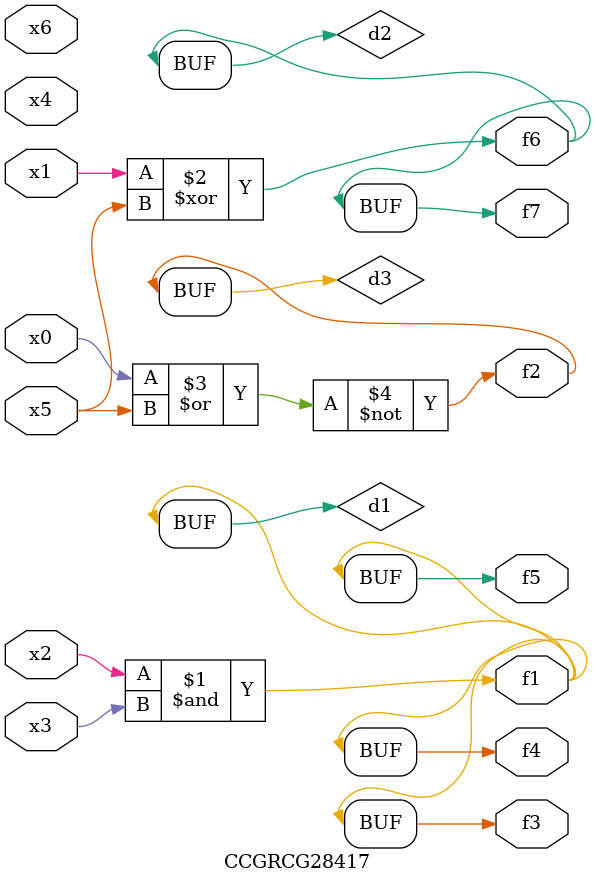
<source format=v>
module CCGRCG28417(
	input x0, x1, x2, x3, x4, x5, x6,
	output f1, f2, f3, f4, f5, f6, f7
);

	wire d1, d2, d3;

	and (d1, x2, x3);
	xor (d2, x1, x5);
	nor (d3, x0, x5);
	assign f1 = d1;
	assign f2 = d3;
	assign f3 = d1;
	assign f4 = d1;
	assign f5 = d1;
	assign f6 = d2;
	assign f7 = d2;
endmodule

</source>
